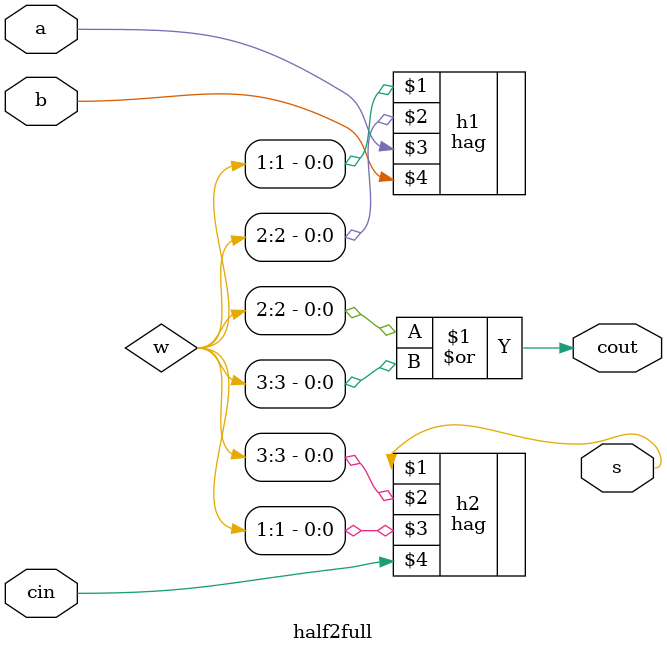
<source format=v>
`timescale 1ns / 1ns
module half2full(s,cout,a,b,cin);
input a,b,cin;
output s,cout;
wire [3:1]w;
hag h1(w[1],w[2],a,b);
hag h2(s,w[3],w[1],cin);
or carry(cout,w[2],w[3]);
endmodule

</source>
